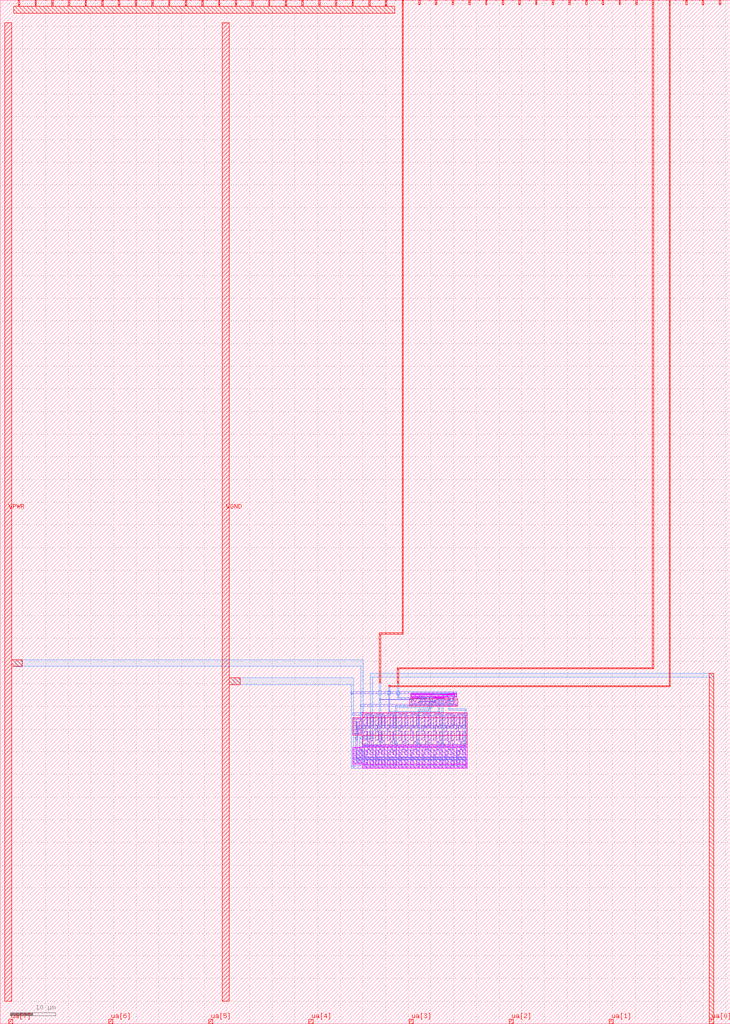
<source format=lef>
MACRO tt_um_obriensp_pll
  CLASS BLOCK ;
  FOREIGN tt_um_obriensp_pll ;
  ORIGIN 0.000 0.000 ;
  SIZE 161.000 BY 225.760 ;
  PIN clk
    DIRECTION INPUT ;
    USE SIGNAL ;
    PORT
      LAYER met4 ;
        RECT 154.870 224.760 155.170 225.760 ;
    END
  END clk
  PIN ena
    DIRECTION INPUT ;
    USE SIGNAL ;
    PORT
      LAYER met4 ;
        RECT 158.550 224.760 158.850 225.760 ;
    END
  END ena
  PIN rst_n
    DIRECTION INPUT ;
    USE SIGNAL ;
    PORT
      LAYER met4 ;
        RECT 151.190 224.760 151.490 225.760 ;
    END
  END rst_n
  PIN ua[0]
    DIRECTION INOUT ;
    USE SIGNAL ;
    ANTENNAGATEAREA 4.650000 ;
    PORT
      LAYER met4 ;
        RECT 156.410 0.000 157.310 1.000 ;
    END
  END ua[0]
  PIN ua[1]
    DIRECTION INOUT ;
    USE SIGNAL ;
    PORT
      LAYER met4 ;
        RECT 134.330 0.000 135.230 1.000 ;
    END
  END ua[1]
  PIN ua[2]
    DIRECTION INOUT ;
    USE SIGNAL ;
    PORT
      LAYER met4 ;
        RECT 112.250 0.000 113.150 1.000 ;
    END
  END ua[2]
  PIN ua[3]
    DIRECTION INOUT ;
    USE SIGNAL ;
    PORT
      LAYER met4 ;
        RECT 90.170 0.000 91.070 1.000 ;
    END
  END ua[3]
  PIN ua[4]
    DIRECTION INOUT ;
    USE SIGNAL ;
    PORT
      LAYER met4 ;
        RECT 68.090 0.000 68.990 1.000 ;
    END
  END ua[4]
  PIN ua[5]
    DIRECTION INOUT ;
    USE SIGNAL ;
    PORT
      LAYER met4 ;
        RECT 46.010 0.000 46.910 1.000 ;
    END
  END ua[5]
  PIN ua[6]
    DIRECTION INOUT ;
    USE SIGNAL ;
    PORT
      LAYER met4 ;
        RECT 23.930 0.000 24.830 1.000 ;
    END
  END ua[6]
  PIN ua[7]
    DIRECTION INOUT ;
    USE SIGNAL ;
    PORT
      LAYER met4 ;
        RECT 1.850 0.000 2.750 1.000 ;
    END
  END ua[7]
  PIN ui_in[0]
    DIRECTION INPUT ;
    USE SIGNAL ;
    ANTENNAGATEAREA 0.378000 ;
    PORT
      LAYER met4 ;
        RECT 147.510 224.760 147.810 225.760 ;
    END
  END ui_in[0]
  PIN ui_in[1]
    DIRECTION INPUT ;
    USE SIGNAL ;
    ANTENNAGATEAREA 0.252000 ;
    PORT
      LAYER met4 ;
        RECT 143.830 224.760 144.130 225.760 ;
    END
  END ui_in[1]
  PIN ui_in[2]
    DIRECTION INPUT ;
    USE SIGNAL ;
    PORT
      LAYER met4 ;
        RECT 140.150 224.760 140.450 225.760 ;
    END
  END ui_in[2]
  PIN ui_in[3]
    DIRECTION INPUT ;
    USE SIGNAL ;
    PORT
      LAYER met4 ;
        RECT 136.470 224.760 136.770 225.760 ;
    END
  END ui_in[3]
  PIN ui_in[4]
    DIRECTION INPUT ;
    USE SIGNAL ;
    PORT
      LAYER met4 ;
        RECT 132.790 224.760 133.090 225.760 ;
    END
  END ui_in[4]
  PIN ui_in[5]
    DIRECTION INPUT ;
    USE SIGNAL ;
    PORT
      LAYER met4 ;
        RECT 129.110 224.760 129.410 225.760 ;
    END
  END ui_in[5]
  PIN ui_in[6]
    DIRECTION INPUT ;
    USE SIGNAL ;
    PORT
      LAYER met4 ;
        RECT 125.430 224.760 125.730 225.760 ;
    END
  END ui_in[6]
  PIN ui_in[7]
    DIRECTION INPUT ;
    USE SIGNAL ;
    PORT
      LAYER met4 ;
        RECT 121.750 224.760 122.050 225.760 ;
    END
  END ui_in[7]
  PIN uio_in[0]
    DIRECTION INPUT ;
    USE SIGNAL ;
    PORT
      LAYER met4 ;
        RECT 118.070 224.760 118.370 225.760 ;
    END
  END uio_in[0]
  PIN uio_in[1]
    DIRECTION INPUT ;
    USE SIGNAL ;
    PORT
      LAYER met4 ;
        RECT 114.390 224.760 114.690 225.760 ;
    END
  END uio_in[1]
  PIN uio_in[2]
    DIRECTION INPUT ;
    USE SIGNAL ;
    PORT
      LAYER met4 ;
        RECT 110.710 224.760 111.010 225.760 ;
    END
  END uio_in[2]
  PIN uio_in[3]
    DIRECTION INPUT ;
    USE SIGNAL ;
    PORT
      LAYER met4 ;
        RECT 107.030 224.760 107.330 225.760 ;
    END
  END uio_in[3]
  PIN uio_in[4]
    DIRECTION INPUT ;
    USE SIGNAL ;
    PORT
      LAYER met4 ;
        RECT 103.350 224.760 103.650 225.760 ;
    END
  END uio_in[4]
  PIN uio_in[5]
    DIRECTION INPUT ;
    USE SIGNAL ;
    PORT
      LAYER met4 ;
        RECT 99.670 224.760 99.970 225.760 ;
    END
  END uio_in[5]
  PIN uio_in[6]
    DIRECTION INPUT ;
    USE SIGNAL ;
    PORT
      LAYER met4 ;
        RECT 95.990 224.760 96.290 225.760 ;
    END
  END uio_in[6]
  PIN uio_in[7]
    DIRECTION INPUT ;
    USE SIGNAL ;
    PORT
      LAYER met4 ;
        RECT 92.310 224.760 92.610 225.760 ;
    END
  END uio_in[7]
  PIN uio_oe[0]
    DIRECTION OUTPUT ;
    USE SIGNAL ;
    PORT
      LAYER met4 ;
        RECT 29.750 224.760 30.050 225.760 ;
    END
  END uio_oe[0]
  PIN uio_oe[1]
    DIRECTION OUTPUT ;
    USE SIGNAL ;
    PORT
      LAYER met4 ;
        RECT 26.070 224.760 26.370 225.760 ;
    END
  END uio_oe[1]
  PIN uio_oe[2]
    DIRECTION OUTPUT ;
    USE SIGNAL ;
    PORT
      LAYER met4 ;
        RECT 22.390 224.760 22.690 225.760 ;
    END
  END uio_oe[2]
  PIN uio_oe[3]
    DIRECTION OUTPUT ;
    USE SIGNAL ;
    PORT
      LAYER met4 ;
        RECT 18.710 224.760 19.010 225.760 ;
    END
  END uio_oe[3]
  PIN uio_oe[4]
    DIRECTION OUTPUT ;
    USE SIGNAL ;
    PORT
      LAYER met4 ;
        RECT 15.030 224.760 15.330 225.760 ;
    END
  END uio_oe[4]
  PIN uio_oe[5]
    DIRECTION OUTPUT ;
    USE SIGNAL ;
    PORT
      LAYER met4 ;
        RECT 11.350 224.760 11.650 225.760 ;
    END
  END uio_oe[5]
  PIN uio_oe[6]
    DIRECTION OUTPUT ;
    USE SIGNAL ;
    PORT
      LAYER met4 ;
        RECT 7.670 224.760 7.970 225.760 ;
    END
  END uio_oe[6]
  PIN uio_oe[7]
    DIRECTION OUTPUT ;
    USE SIGNAL ;
    PORT
      LAYER met4 ;
        RECT 3.990 224.760 4.290 225.760 ;
    END
  END uio_oe[7]
  PIN uio_out[0]
    DIRECTION OUTPUT ;
    USE SIGNAL ;
    PORT
      LAYER met4 ;
        RECT 59.190 224.760 59.490 225.760 ;
    END
  END uio_out[0]
  PIN uio_out[1]
    DIRECTION OUTPUT ;
    USE SIGNAL ;
    PORT
      LAYER met4 ;
        RECT 55.510 224.760 55.810 225.760 ;
    END
  END uio_out[1]
  PIN uio_out[2]
    DIRECTION OUTPUT ;
    USE SIGNAL ;
    PORT
      LAYER met4 ;
        RECT 51.830 224.760 52.130 225.760 ;
    END
  END uio_out[2]
  PIN uio_out[3]
    DIRECTION OUTPUT ;
    USE SIGNAL ;
    PORT
      LAYER met4 ;
        RECT 48.150 224.760 48.450 225.760 ;
    END
  END uio_out[3]
  PIN uio_out[4]
    DIRECTION OUTPUT ;
    USE SIGNAL ;
    PORT
      LAYER met4 ;
        RECT 44.470 224.760 44.770 225.760 ;
    END
  END uio_out[4]
  PIN uio_out[5]
    DIRECTION OUTPUT ;
    USE SIGNAL ;
    PORT
      LAYER met4 ;
        RECT 40.790 224.760 41.090 225.760 ;
    END
  END uio_out[5]
  PIN uio_out[6]
    DIRECTION OUTPUT ;
    USE SIGNAL ;
    PORT
      LAYER met4 ;
        RECT 37.110 224.760 37.410 225.760 ;
    END
  END uio_out[6]
  PIN uio_out[7]
    DIRECTION OUTPUT ;
    USE SIGNAL ;
    PORT
      LAYER met4 ;
        RECT 33.430 224.760 33.730 225.760 ;
    END
  END uio_out[7]
  PIN uo_out[0]
    DIRECTION OUTPUT ;
    USE SIGNAL ;
    ANTENNAGATEAREA 1.350000 ;
    ANTENNADIFFAREA 0.429000 ;
    PORT
      LAYER met4 ;
        RECT 88.630 224.760 88.930 225.760 ;
    END
  END uo_out[0]
  PIN uo_out[1]
    DIRECTION OUTPUT ;
    USE SIGNAL ;
    PORT
      LAYER met4 ;
        RECT 84.950 224.760 85.250 225.760 ;
    END
  END uo_out[1]
  PIN uo_out[2]
    DIRECTION OUTPUT ;
    USE SIGNAL ;
    PORT
      LAYER met4 ;
        RECT 81.270 224.760 81.570 225.760 ;
    END
  END uo_out[2]
  PIN uo_out[3]
    DIRECTION OUTPUT ;
    USE SIGNAL ;
    PORT
      LAYER met4 ;
        RECT 77.590 224.760 77.890 225.760 ;
    END
  END uo_out[3]
  PIN uo_out[4]
    DIRECTION OUTPUT ;
    USE SIGNAL ;
    PORT
      LAYER met4 ;
        RECT 73.910 224.760 74.210 225.760 ;
    END
  END uo_out[4]
  PIN uo_out[5]
    DIRECTION OUTPUT ;
    USE SIGNAL ;
    PORT
      LAYER met4 ;
        RECT 70.230 224.760 70.530 225.760 ;
    END
  END uo_out[5]
  PIN uo_out[6]
    DIRECTION OUTPUT ;
    USE SIGNAL ;
    PORT
      LAYER met4 ;
        RECT 66.550 224.760 66.850 225.760 ;
    END
  END uo_out[6]
  PIN uo_out[7]
    DIRECTION OUTPUT ;
    USE SIGNAL ;
    PORT
      LAYER met4 ;
        RECT 62.870 224.760 63.170 225.760 ;
    END
  END uo_out[7]
  PIN VPWR
    DIRECTION INOUT ;
    USE POWER ;
    PORT
      LAYER met4 ;
        RECT 1.000 5.000 2.500 220.760 ;
    END
  END VPWR
  PIN VGND
    DIRECTION INOUT ;
    USE GROUND ;
    PORT
      LAYER met4 ;
        RECT 49.000 5.000 50.500 220.760 ;
    END
  END VGND
  OBS
      LAYER pwell ;
        RECT 99.885 72.835 100.055 73.025 ;
        RECT 90.545 72.585 95.640 72.835 ;
        RECT 98.435 72.665 100.195 72.835 ;
        RECT 97.940 72.620 100.195 72.665 ;
        RECT 97.000 72.585 100.195 72.620 ;
        RECT 90.545 72.155 100.195 72.585 ;
        RECT 90.545 71.925 92.565 72.155 ;
        RECT 91.645 71.905 92.565 71.925 ;
        RECT 95.640 71.985 98.870 72.155 ;
        RECT 95.640 71.940 97.930 71.985 ;
        RECT 100.215 71.965 100.645 72.750 ;
        RECT 95.640 71.905 96.990 71.940 ;
      LAYER nwell ;
        RECT 90.350 70.030 100.850 71.635 ;
        RECT 80.000 67.470 102.950 68.630 ;
        RECT 77.750 63.630 102.950 67.470 ;
        RECT 80.000 61.430 102.950 63.630 ;
      LAYER pwell ;
        RECT 80.000 61.020 102.950 61.380 ;
        RECT 77.750 57.230 102.950 61.020 ;
        RECT 80.000 56.330 102.950 57.230 ;
      LAYER li1 ;
        RECT 90.540 72.855 100.660 73.025 ;
        RECT 90.625 70.475 90.885 72.685 ;
        RECT 91.135 72.395 91.305 72.855 ;
        RECT 91.475 72.515 92.470 72.685 ;
        RECT 93.000 72.525 93.170 72.685 ;
        RECT 91.475 72.225 91.645 72.515 ;
        RECT 92.300 72.355 92.470 72.515 ;
        RECT 92.640 72.355 93.170 72.525 ;
        RECT 91.075 72.055 91.645 72.225 ;
        RECT 91.815 72.175 91.990 72.345 ;
        RECT 91.075 71.275 91.245 72.055 ;
        RECT 91.815 72.015 92.230 72.175 ;
        RECT 91.820 72.005 92.230 72.015 ;
        RECT 91.555 71.665 92.010 71.835 ;
        RECT 91.075 71.105 91.725 71.275 ;
        RECT 92.640 71.185 92.810 72.355 ;
        RECT 93.515 72.285 93.690 72.615 ;
        RECT 93.860 72.475 94.190 72.855 ;
        RECT 92.980 72.005 93.220 72.175 ;
        RECT 91.055 70.305 91.385 70.685 ;
        RECT 91.555 70.645 91.725 71.105 ;
        RECT 92.025 70.955 92.810 71.185 ;
        RECT 92.025 70.815 92.355 70.955 ;
        RECT 93.050 70.805 93.220 72.005 ;
        RECT 93.515 71.835 93.685 72.285 ;
        RECT 94.460 72.225 94.705 72.645 ;
        RECT 94.880 72.395 95.050 72.855 ;
        RECT 95.220 72.515 96.820 72.685 ;
        RECT 95.220 72.475 95.575 72.515 ;
        RECT 95.810 72.225 95.980 72.345 ;
        RECT 94.460 72.055 95.980 72.225 ;
        RECT 95.810 72.015 95.980 72.055 ;
        RECT 96.150 72.095 96.480 72.345 ;
        RECT 96.650 72.145 96.820 72.515 ;
        RECT 97.110 72.135 97.400 72.855 ;
        RECT 98.110 72.515 99.185 72.685 ;
        RECT 96.150 72.020 96.465 72.095 ;
        RECT 93.395 71.665 93.685 71.835 ;
        RECT 92.510 70.645 92.840 70.685 ;
        RECT 91.555 70.475 92.840 70.645 ;
        RECT 93.010 70.475 93.220 70.805 ;
        RECT 93.515 70.805 93.685 71.665 ;
        RECT 93.855 71.265 94.145 71.945 ;
        RECT 94.620 71.265 94.950 71.885 ;
        RECT 95.155 71.265 95.400 71.885 ;
        RECT 95.795 71.835 96.125 71.845 ;
        RECT 95.740 71.675 96.125 71.835 ;
        RECT 95.740 71.665 95.910 71.675 ;
        RECT 96.295 71.495 96.465 72.020 ;
        RECT 95.705 71.325 96.465 71.495 ;
        RECT 94.470 70.855 95.535 71.025 ;
        RECT 93.515 70.475 93.700 70.805 ;
        RECT 93.870 70.305 94.220 70.685 ;
        RECT 94.470 70.475 94.640 70.855 ;
        RECT 94.810 70.305 95.140 70.685 ;
        RECT 95.365 70.645 95.535 70.855 ;
        RECT 95.705 70.815 96.035 71.325 ;
        RECT 96.205 70.645 96.375 71.155 ;
        RECT 96.635 70.945 96.935 71.945 ;
        RECT 97.580 71.835 97.940 72.510 ;
        RECT 98.110 72.180 98.280 72.515 ;
        RECT 98.450 72.175 98.790 72.345 ;
        RECT 98.500 72.005 98.790 72.175 ;
        RECT 99.015 72.305 99.185 72.515 ;
        RECT 99.355 72.475 99.685 72.855 ;
        RECT 99.855 72.305 100.025 72.680 ;
        RECT 99.015 72.135 100.025 72.305 ;
        RECT 100.285 72.130 100.575 72.855 ;
        RECT 97.580 71.655 98.120 71.835 ;
        RECT 97.580 71.545 97.940 71.655 ;
        RECT 97.135 71.315 97.940 71.545 ;
        RECT 98.620 71.485 98.790 72.005 ;
        RECT 98.155 71.315 98.790 71.485 ;
        RECT 98.960 71.325 99.395 71.945 ;
        RECT 99.705 71.325 100.050 71.945 ;
        RECT 95.365 70.475 96.375 70.645 ;
        RECT 96.635 70.305 96.965 70.685 ;
        RECT 97.135 70.475 97.485 71.315 ;
        RECT 97.655 70.645 97.825 71.145 ;
        RECT 98.155 70.985 98.325 71.315 ;
        RECT 97.995 70.815 98.325 70.985 ;
        RECT 98.495 70.975 100.025 71.145 ;
        RECT 98.495 70.815 98.665 70.975 ;
        RECT 99.015 70.645 99.185 70.805 ;
        RECT 97.655 70.475 99.185 70.645 ;
        RECT 99.355 70.305 99.685 70.685 ;
        RECT 99.855 70.475 100.025 70.975 ;
        RECT 100.285 70.305 100.575 71.470 ;
        RECT 90.540 70.135 100.660 70.305 ;
        RECT 79.530 68.100 80.020 68.590 ;
        RECT 80.400 68.220 82.110 68.390 ;
        RECT 82.950 68.220 84.660 68.390 ;
        RECT 85.500 68.220 87.210 68.390 ;
        RECT 88.050 68.220 89.760 68.390 ;
        RECT 90.600 68.220 92.310 68.390 ;
        RECT 93.150 68.220 94.860 68.390 ;
        RECT 95.700 68.220 97.410 68.390 ;
        RECT 98.250 68.220 99.960 68.390 ;
        RECT 100.800 68.220 102.510 68.390 ;
        RECT 77.930 67.120 79.830 67.290 ;
        RECT 77.930 63.980 78.100 67.120 ;
        RECT 78.500 64.710 78.670 66.750 ;
        RECT 79.090 64.710 79.260 66.750 ;
        RECT 78.715 64.325 79.045 64.495 ;
        RECT 79.660 63.980 79.830 67.120 ;
        RECT 80.800 65.810 80.970 67.850 ;
        RECT 81.540 65.810 81.710 67.850 ;
        RECT 81.030 65.425 81.480 65.595 ;
        RECT 82.110 65.315 82.280 67.985 ;
        RECT 83.350 65.810 83.520 67.850 ;
        RECT 84.090 65.810 84.260 67.850 ;
        RECT 83.580 65.425 84.030 65.595 ;
        RECT 84.660 65.315 84.830 67.985 ;
        RECT 85.900 65.810 86.070 67.850 ;
        RECT 86.640 65.810 86.810 67.850 ;
        RECT 86.130 65.425 86.580 65.595 ;
        RECT 87.210 65.315 87.380 67.985 ;
        RECT 88.450 65.810 88.620 67.850 ;
        RECT 89.190 65.810 89.360 67.850 ;
        RECT 88.680 65.425 89.130 65.595 ;
        RECT 89.760 65.315 89.930 67.985 ;
        RECT 91.000 65.810 91.170 67.850 ;
        RECT 91.740 65.810 91.910 67.850 ;
        RECT 91.230 65.425 91.680 65.595 ;
        RECT 92.310 65.315 92.480 67.985 ;
        RECT 93.550 65.810 93.720 67.850 ;
        RECT 94.290 65.810 94.460 67.850 ;
        RECT 93.780 65.425 94.230 65.595 ;
        RECT 94.860 65.315 95.030 67.985 ;
        RECT 96.100 65.810 96.270 67.850 ;
        RECT 96.840 65.810 97.010 67.850 ;
        RECT 96.330 65.425 96.780 65.595 ;
        RECT 97.410 65.315 97.580 67.985 ;
        RECT 98.650 65.810 98.820 67.850 ;
        RECT 99.390 65.810 99.560 67.850 ;
        RECT 98.880 65.425 99.330 65.595 ;
        RECT 99.960 65.315 100.130 67.985 ;
        RECT 101.200 65.810 101.370 67.850 ;
        RECT 101.940 65.810 102.110 67.850 ;
        RECT 101.430 65.425 101.880 65.595 ;
        RECT 102.510 65.315 102.680 67.985 ;
        RECT 77.930 63.810 79.830 63.980 ;
        RECT 80.800 62.510 80.970 64.550 ;
        RECT 81.540 62.510 81.710 64.550 ;
        RECT 83.350 62.510 83.520 64.550 ;
        RECT 84.090 62.510 84.260 64.550 ;
        RECT 85.900 62.510 86.070 64.550 ;
        RECT 86.640 62.510 86.810 64.550 ;
        RECT 88.450 62.510 88.620 64.550 ;
        RECT 89.190 62.510 89.360 64.550 ;
        RECT 91.000 62.510 91.170 64.550 ;
        RECT 91.740 62.510 91.910 64.550 ;
        RECT 93.550 62.510 93.720 64.550 ;
        RECT 94.290 62.510 94.460 64.550 ;
        RECT 96.100 62.510 96.270 64.550 ;
        RECT 96.840 62.510 97.010 64.550 ;
        RECT 98.650 62.510 98.820 64.550 ;
        RECT 99.390 62.510 99.560 64.550 ;
        RECT 101.200 62.510 101.370 64.550 ;
        RECT 101.940 62.510 102.110 64.550 ;
        RECT 81.030 62.125 81.480 62.295 ;
        RECT 83.580 62.125 84.030 62.295 ;
        RECT 86.130 62.125 86.580 62.295 ;
        RECT 88.680 62.125 89.130 62.295 ;
        RECT 91.230 62.125 91.680 62.295 ;
        RECT 93.780 62.125 94.230 62.295 ;
        RECT 96.330 62.125 96.780 62.295 ;
        RECT 98.880 62.125 99.330 62.295 ;
        RECT 101.430 62.125 101.880 62.295 ;
        RECT 80.230 61.020 82.280 61.190 ;
        RECT 77.930 60.670 79.830 60.840 ;
        RECT 77.930 57.580 78.100 60.670 ;
        RECT 78.500 58.260 78.670 60.300 ;
        RECT 79.090 58.260 79.260 60.300 ;
        RECT 78.715 57.920 79.045 58.090 ;
        RECT 79.660 57.580 79.830 60.670 ;
        RECT 77.930 57.410 79.830 57.580 ;
        RECT 80.230 58.940 80.400 61.020 ;
        RECT 81.030 60.510 81.480 60.680 ;
        RECT 80.800 59.300 80.970 60.340 ;
        RECT 81.540 59.300 81.710 60.340 ;
        RECT 82.110 58.940 82.280 61.020 ;
        RECT 80.230 58.760 82.280 58.940 ;
        RECT 77.430 56.360 77.920 56.850 ;
        RECT 80.230 56.680 80.400 58.760 ;
        RECT 81.030 58.260 81.480 58.430 ;
        RECT 80.800 57.050 80.970 58.090 ;
        RECT 81.540 57.050 81.710 58.090 ;
        RECT 82.110 56.680 82.280 58.760 ;
        RECT 80.230 56.510 82.280 56.680 ;
        RECT 82.780 61.020 84.830 61.190 ;
        RECT 82.780 58.940 82.950 61.020 ;
        RECT 83.580 60.510 84.030 60.680 ;
        RECT 83.350 59.300 83.520 60.340 ;
        RECT 84.090 59.300 84.260 60.340 ;
        RECT 84.660 58.940 84.830 61.020 ;
        RECT 82.780 58.760 84.830 58.940 ;
        RECT 82.780 56.680 82.950 58.760 ;
        RECT 83.580 58.260 84.030 58.430 ;
        RECT 83.350 57.050 83.520 58.090 ;
        RECT 84.090 57.050 84.260 58.090 ;
        RECT 84.660 56.680 84.830 58.760 ;
        RECT 82.780 56.510 84.830 56.680 ;
        RECT 85.330 61.020 87.380 61.190 ;
        RECT 85.330 58.940 85.500 61.020 ;
        RECT 86.130 60.510 86.580 60.680 ;
        RECT 85.900 59.300 86.070 60.340 ;
        RECT 86.640 59.300 86.810 60.340 ;
        RECT 87.210 58.940 87.380 61.020 ;
        RECT 85.330 58.760 87.380 58.940 ;
        RECT 85.330 56.680 85.500 58.760 ;
        RECT 86.130 58.260 86.580 58.430 ;
        RECT 85.900 57.050 86.070 58.090 ;
        RECT 86.640 57.050 86.810 58.090 ;
        RECT 87.210 56.680 87.380 58.760 ;
        RECT 85.330 56.510 87.380 56.680 ;
        RECT 87.880 61.020 89.930 61.190 ;
        RECT 87.880 58.940 88.050 61.020 ;
        RECT 88.680 60.510 89.130 60.680 ;
        RECT 88.450 59.300 88.620 60.340 ;
        RECT 89.190 59.300 89.360 60.340 ;
        RECT 89.760 58.940 89.930 61.020 ;
        RECT 87.880 58.760 89.930 58.940 ;
        RECT 87.880 56.680 88.050 58.760 ;
        RECT 88.680 58.260 89.130 58.430 ;
        RECT 88.450 57.050 88.620 58.090 ;
        RECT 89.190 57.050 89.360 58.090 ;
        RECT 89.760 56.680 89.930 58.760 ;
        RECT 87.880 56.510 89.930 56.680 ;
        RECT 90.430 61.020 92.480 61.190 ;
        RECT 90.430 58.940 90.600 61.020 ;
        RECT 91.230 60.510 91.680 60.680 ;
        RECT 91.000 59.300 91.170 60.340 ;
        RECT 91.740 59.300 91.910 60.340 ;
        RECT 92.310 58.940 92.480 61.020 ;
        RECT 90.430 58.760 92.480 58.940 ;
        RECT 90.430 56.680 90.600 58.760 ;
        RECT 91.230 58.260 91.680 58.430 ;
        RECT 91.000 57.050 91.170 58.090 ;
        RECT 91.740 57.050 91.910 58.090 ;
        RECT 92.310 56.680 92.480 58.760 ;
        RECT 90.430 56.510 92.480 56.680 ;
        RECT 92.980 61.020 95.030 61.190 ;
        RECT 92.980 58.940 93.150 61.020 ;
        RECT 93.780 60.510 94.230 60.680 ;
        RECT 93.550 59.300 93.720 60.340 ;
        RECT 94.290 59.300 94.460 60.340 ;
        RECT 94.860 58.940 95.030 61.020 ;
        RECT 92.980 58.760 95.030 58.940 ;
        RECT 92.980 56.680 93.150 58.760 ;
        RECT 93.780 58.260 94.230 58.430 ;
        RECT 93.550 57.050 93.720 58.090 ;
        RECT 94.290 57.050 94.460 58.090 ;
        RECT 94.860 56.680 95.030 58.760 ;
        RECT 92.980 56.510 95.030 56.680 ;
        RECT 95.530 61.020 97.580 61.190 ;
        RECT 95.530 58.940 95.700 61.020 ;
        RECT 96.330 60.510 96.780 60.680 ;
        RECT 96.100 59.300 96.270 60.340 ;
        RECT 96.840 59.300 97.010 60.340 ;
        RECT 97.410 58.940 97.580 61.020 ;
        RECT 95.530 58.760 97.580 58.940 ;
        RECT 95.530 56.680 95.700 58.760 ;
        RECT 96.330 58.260 96.780 58.430 ;
        RECT 96.100 57.050 96.270 58.090 ;
        RECT 96.840 57.050 97.010 58.090 ;
        RECT 97.410 56.680 97.580 58.760 ;
        RECT 95.530 56.510 97.580 56.680 ;
        RECT 98.080 61.020 100.130 61.190 ;
        RECT 98.080 58.940 98.250 61.020 ;
        RECT 98.880 60.510 99.330 60.680 ;
        RECT 98.650 59.300 98.820 60.340 ;
        RECT 99.390 59.300 99.560 60.340 ;
        RECT 99.960 58.940 100.130 61.020 ;
        RECT 98.080 58.760 100.130 58.940 ;
        RECT 98.080 56.680 98.250 58.760 ;
        RECT 98.880 58.260 99.330 58.430 ;
        RECT 98.650 57.050 98.820 58.090 ;
        RECT 99.390 57.050 99.560 58.090 ;
        RECT 99.960 56.680 100.130 58.760 ;
        RECT 98.080 56.510 100.130 56.680 ;
        RECT 100.630 61.020 102.680 61.190 ;
        RECT 100.630 58.940 100.800 61.020 ;
        RECT 101.430 60.510 101.880 60.680 ;
        RECT 101.200 59.300 101.370 60.340 ;
        RECT 101.940 59.300 102.110 60.340 ;
        RECT 102.510 58.940 102.680 61.020 ;
        RECT 100.630 58.760 102.680 58.940 ;
        RECT 100.630 56.680 100.800 58.760 ;
        RECT 101.430 58.260 101.880 58.430 ;
        RECT 101.200 57.050 101.370 58.090 ;
        RECT 101.940 57.050 102.110 58.090 ;
        RECT 102.510 56.680 102.680 58.760 ;
        RECT 100.630 56.510 102.680 56.680 ;
      LAYER met1 ;
        RECT 77.350 72.730 100.660 73.180 ;
        RECT 90.540 72.700 100.660 72.730 ;
        RECT 83.550 71.575 83.950 71.680 ;
        RECT 90.620 71.575 90.910 72.235 ;
        RECT 92.000 72.160 92.290 72.205 ;
        RECT 92.920 72.160 93.210 72.205 ;
        RECT 98.440 72.160 98.730 72.205 ;
        RECT 92.000 72.020 98.730 72.160 ;
        RECT 92.000 71.975 92.290 72.020 ;
        RECT 92.920 71.975 93.210 72.020 ;
        RECT 98.440 71.975 98.730 72.020 ;
        RECT 91.495 71.820 91.785 71.865 ;
        RECT 93.335 71.820 93.625 71.865 ;
        RECT 91.495 71.680 93.625 71.820 ;
        RECT 91.495 71.635 91.785 71.680 ;
        RECT 93.335 71.635 93.625 71.680 ;
        RECT 93.765 71.580 94.155 71.870 ;
        RECT 94.540 71.580 94.975 71.880 ;
        RECT 95.120 71.580 95.510 71.880 ;
        RECT 95.680 71.820 95.970 71.865 ;
        RECT 97.520 71.820 97.810 71.865 ;
        RECT 98.900 71.840 99.190 71.895 ;
        RECT 95.680 71.680 97.810 71.820 ;
        RECT 95.680 71.635 95.970 71.680 ;
        RECT 97.520 71.635 97.810 71.680 ;
        RECT 83.550 71.430 90.910 71.575 ;
        RECT 83.550 71.330 83.950 71.430 ;
        RECT 90.620 70.925 90.910 71.430 ;
        RECT 96.600 71.525 96.890 71.540 ;
        RECT 96.600 71.265 96.940 71.525 ;
        RECT 98.840 71.430 99.250 71.840 ;
        RECT 99.820 71.735 100.110 71.895 ;
        RECT 98.900 71.265 99.190 71.430 ;
        RECT 99.745 71.325 100.155 71.735 ;
        RECT 99.820 71.265 100.110 71.325 ;
        RECT 96.600 71.245 96.890 71.265 ;
        RECT 92.415 71.140 92.705 71.185 ;
        RECT 95.645 71.140 95.935 71.185 ;
        RECT 92.415 71.000 95.935 71.140 ;
        RECT 92.415 70.955 92.705 71.000 ;
        RECT 95.645 70.955 95.935 71.000 ;
        RECT 90.540 70.430 100.660 70.460 ;
        RECT 79.450 69.980 100.660 70.430 ;
        RECT 79.470 68.630 80.080 68.650 ;
        RECT 77.700 68.080 102.950 68.630 ;
        RECT 79.450 68.040 80.080 68.080 ;
        RECT 79.450 66.730 79.900 68.040 ;
        RECT 81.550 67.830 82.350 68.080 ;
        RECT 84.100 67.830 84.900 68.080 ;
        RECT 86.650 67.830 87.450 68.080 ;
        RECT 89.200 67.830 90.000 68.080 ;
        RECT 91.750 67.830 92.550 68.080 ;
        RECT 94.300 67.830 95.100 68.080 ;
        RECT 96.850 67.830 97.650 68.080 ;
        RECT 99.400 67.830 100.200 68.080 ;
        RECT 101.950 67.830 102.750 68.080 ;
        RECT 78.450 64.530 78.750 66.730 ;
        RECT 79.050 64.730 79.900 66.730 ;
        RECT 78.450 64.080 79.050 64.530 ;
        RECT 79.450 64.230 79.900 64.730 ;
        RECT 80.200 65.830 81.000 67.830 ;
        RECT 81.510 65.830 82.350 67.830 ;
        RECT 82.750 65.830 83.550 67.830 ;
        RECT 84.060 65.830 84.900 67.830 ;
        RECT 85.300 65.830 86.100 67.830 ;
        RECT 86.610 65.830 87.450 67.830 ;
        RECT 87.850 65.830 88.650 67.830 ;
        RECT 89.160 65.830 90.000 67.830 ;
        RECT 90.400 65.830 91.200 67.830 ;
        RECT 91.710 65.830 92.550 67.830 ;
        RECT 92.950 65.830 93.750 67.830 ;
        RECT 94.260 65.830 95.100 67.830 ;
        RECT 95.500 65.830 96.300 67.830 ;
        RECT 96.810 65.830 97.650 67.830 ;
        RECT 98.050 65.830 98.850 67.830 ;
        RECT 99.360 65.830 100.200 67.830 ;
        RECT 100.600 65.830 101.400 67.830 ;
        RECT 101.910 65.830 102.750 67.830 ;
        RECT 80.200 64.530 80.600 65.830 ;
        RECT 80.750 65.130 81.750 65.680 ;
        RECT 82.750 64.530 83.150 65.830 ;
        RECT 83.300 65.130 84.300 65.680 ;
        RECT 85.300 64.530 85.700 65.830 ;
        RECT 85.850 65.130 86.850 65.680 ;
        RECT 87.850 64.530 88.250 65.830 ;
        RECT 88.400 65.130 89.400 65.680 ;
        RECT 90.400 64.530 90.800 65.830 ;
        RECT 90.950 65.130 91.950 65.680 ;
        RECT 92.950 64.530 93.350 65.830 ;
        RECT 93.500 65.130 94.500 65.680 ;
        RECT 95.500 64.530 95.900 65.830 ;
        RECT 96.050 65.130 97.050 65.680 ;
        RECT 98.050 64.530 98.450 65.830 ;
        RECT 98.600 65.130 99.600 65.680 ;
        RECT 100.600 64.530 101.000 65.830 ;
        RECT 101.150 65.130 102.150 65.680 ;
        RECT 78.450 63.230 78.750 64.080 ;
        RECT 78.300 62.730 78.900 63.230 ;
        RECT 78.450 58.330 78.750 62.730 ;
        RECT 80.200 62.530 81.000 64.530 ;
        RECT 81.510 62.530 82.300 64.530 ;
        RECT 82.750 62.530 83.550 64.530 ;
        RECT 84.060 62.530 84.850 64.530 ;
        RECT 85.300 62.530 86.100 64.530 ;
        RECT 86.610 62.530 87.400 64.530 ;
        RECT 87.850 62.530 88.650 64.530 ;
        RECT 89.160 62.530 89.950 64.530 ;
        RECT 90.400 62.530 91.200 64.530 ;
        RECT 91.710 62.530 92.500 64.530 ;
        RECT 92.950 62.530 93.750 64.530 ;
        RECT 94.260 62.530 95.050 64.530 ;
        RECT 95.500 62.530 96.300 64.530 ;
        RECT 96.810 62.530 97.600 64.530 ;
        RECT 98.050 62.530 98.850 64.530 ;
        RECT 99.360 62.530 100.150 64.530 ;
        RECT 100.600 62.530 101.400 64.530 ;
        RECT 101.910 62.530 102.700 64.530 ;
        RECT 81.000 61.680 81.500 62.330 ;
        RECT 80.000 61.130 81.500 61.680 ;
        RECT 81.000 60.480 81.500 61.130 ;
        RECT 81.800 61.680 82.300 62.530 ;
        RECT 83.550 61.680 84.050 62.330 ;
        RECT 81.800 61.130 84.050 61.680 ;
        RECT 79.060 60.230 79.290 60.280 ;
        RECT 79.550 60.230 79.900 60.430 ;
        RECT 81.800 60.330 82.300 61.130 ;
        RECT 83.550 60.480 84.050 61.130 ;
        RECT 84.350 61.680 84.850 62.530 ;
        RECT 86.100 61.680 86.600 62.330 ;
        RECT 86.900 61.680 87.400 62.530 ;
        RECT 88.650 61.680 89.150 62.330 ;
        RECT 84.350 61.130 86.600 61.680 ;
        RECT 86.850 61.130 89.150 61.680 ;
        RECT 84.350 60.330 84.850 61.130 ;
        RECT 86.100 60.480 86.600 61.130 ;
        RECT 86.900 60.330 87.400 61.130 ;
        RECT 88.650 60.480 89.150 61.130 ;
        RECT 89.450 61.680 89.950 62.530 ;
        RECT 91.200 61.680 91.700 62.330 ;
        RECT 92.000 61.680 92.500 62.530 ;
        RECT 93.750 61.680 94.250 62.330 ;
        RECT 89.450 61.130 91.700 61.680 ;
        RECT 91.950 61.130 94.250 61.680 ;
        RECT 89.450 60.330 89.950 61.130 ;
        RECT 91.200 60.480 91.700 61.130 ;
        RECT 92.000 60.330 92.500 61.130 ;
        RECT 93.750 60.480 94.250 61.130 ;
        RECT 94.550 61.680 95.050 62.530 ;
        RECT 96.300 61.680 96.800 62.330 ;
        RECT 97.100 61.680 97.600 62.530 ;
        RECT 98.850 61.680 99.350 62.330 ;
        RECT 94.550 61.130 96.800 61.680 ;
        RECT 97.050 61.130 99.350 61.680 ;
        RECT 94.550 60.330 95.050 61.130 ;
        RECT 96.300 60.480 96.800 61.130 ;
        RECT 97.100 60.330 97.600 61.130 ;
        RECT 98.850 60.480 99.350 61.130 ;
        RECT 99.650 61.680 100.150 62.530 ;
        RECT 101.400 61.680 101.900 62.330 ;
        RECT 102.200 61.680 102.700 62.530 ;
        RECT 99.650 61.130 101.900 61.680 ;
        RECT 102.150 61.130 103.000 61.680 ;
        RECT 99.650 60.330 100.150 61.130 ;
        RECT 101.400 60.480 101.900 61.130 ;
        RECT 102.200 60.330 102.700 61.130 ;
        RECT 79.050 58.330 79.900 60.230 ;
        RECT 78.470 58.280 78.700 58.330 ;
        RECT 79.060 58.280 79.290 58.330 ;
        RECT 78.600 57.680 79.150 58.130 ;
        RECT 77.370 56.880 77.980 56.910 ;
        RECT 79.550 56.880 79.900 58.330 ;
        RECT 80.200 60.320 80.950 60.330 ;
        RECT 81.550 60.320 82.300 60.330 ;
        RECT 80.200 59.330 81.000 60.320 ;
        RECT 80.200 58.080 80.600 59.330 ;
        RECT 80.770 59.320 81.000 59.330 ;
        RECT 81.510 59.330 82.300 60.320 ;
        RECT 82.750 60.320 83.500 60.330 ;
        RECT 84.100 60.320 84.850 60.330 ;
        RECT 82.750 59.330 83.550 60.320 ;
        RECT 81.510 59.320 81.740 59.330 ;
        RECT 80.750 58.230 81.750 58.780 ;
        RECT 82.050 58.080 82.350 58.330 ;
        RECT 80.200 58.070 80.950 58.080 ;
        RECT 81.550 58.070 82.350 58.080 ;
        RECT 80.200 57.080 81.000 58.070 ;
        RECT 80.770 57.070 81.000 57.080 ;
        RECT 81.510 57.070 82.350 58.070 ;
        RECT 82.750 58.080 83.150 59.330 ;
        RECT 83.320 59.320 83.550 59.330 ;
        RECT 84.060 59.330 84.850 60.320 ;
        RECT 85.300 60.320 86.050 60.330 ;
        RECT 86.650 60.320 87.400 60.330 ;
        RECT 85.300 59.330 86.100 60.320 ;
        RECT 84.060 59.320 84.290 59.330 ;
        RECT 83.300 58.230 84.300 58.780 ;
        RECT 84.600 58.080 84.900 58.330 ;
        RECT 82.750 58.070 83.500 58.080 ;
        RECT 84.100 58.070 84.900 58.080 ;
        RECT 82.750 57.080 83.550 58.070 ;
        RECT 83.320 57.070 83.550 57.080 ;
        RECT 84.060 57.070 84.900 58.070 ;
        RECT 85.300 58.080 85.700 59.330 ;
        RECT 85.870 59.320 86.100 59.330 ;
        RECT 86.610 59.330 87.400 60.320 ;
        RECT 87.850 60.320 88.600 60.330 ;
        RECT 89.200 60.320 89.950 60.330 ;
        RECT 87.850 59.330 88.650 60.320 ;
        RECT 86.610 59.320 86.840 59.330 ;
        RECT 85.850 58.230 86.850 58.780 ;
        RECT 87.150 58.080 87.450 58.330 ;
        RECT 85.300 58.070 86.050 58.080 ;
        RECT 86.650 58.070 87.450 58.080 ;
        RECT 85.300 57.080 86.100 58.070 ;
        RECT 85.870 57.070 86.100 57.080 ;
        RECT 86.610 57.070 87.450 58.070 ;
        RECT 87.850 58.080 88.250 59.330 ;
        RECT 88.420 59.320 88.650 59.330 ;
        RECT 89.160 59.330 89.950 60.320 ;
        RECT 90.400 60.320 91.150 60.330 ;
        RECT 91.750 60.320 92.500 60.330 ;
        RECT 90.400 59.330 91.200 60.320 ;
        RECT 89.160 59.320 89.390 59.330 ;
        RECT 88.400 58.230 89.400 58.780 ;
        RECT 89.700 58.080 90.000 58.330 ;
        RECT 87.850 58.070 88.600 58.080 ;
        RECT 89.200 58.070 90.000 58.080 ;
        RECT 87.850 57.080 88.650 58.070 ;
        RECT 88.420 57.070 88.650 57.080 ;
        RECT 89.160 57.070 90.000 58.070 ;
        RECT 90.400 58.080 90.800 59.330 ;
        RECT 90.970 59.320 91.200 59.330 ;
        RECT 91.710 59.330 92.500 60.320 ;
        RECT 92.950 60.320 93.700 60.330 ;
        RECT 94.300 60.320 95.050 60.330 ;
        RECT 92.950 59.330 93.750 60.320 ;
        RECT 91.710 59.320 91.940 59.330 ;
        RECT 90.950 58.230 91.950 58.780 ;
        RECT 92.250 58.080 92.550 58.330 ;
        RECT 90.400 58.070 91.150 58.080 ;
        RECT 91.750 58.070 92.550 58.080 ;
        RECT 90.400 57.080 91.200 58.070 ;
        RECT 90.970 57.070 91.200 57.080 ;
        RECT 91.710 57.070 92.550 58.070 ;
        RECT 92.950 58.080 93.350 59.330 ;
        RECT 93.520 59.320 93.750 59.330 ;
        RECT 94.260 59.330 95.050 60.320 ;
        RECT 95.500 60.320 96.250 60.330 ;
        RECT 96.850 60.320 97.600 60.330 ;
        RECT 95.500 59.330 96.300 60.320 ;
        RECT 94.260 59.320 94.490 59.330 ;
        RECT 93.500 58.230 94.500 58.780 ;
        RECT 94.800 58.080 95.100 58.330 ;
        RECT 92.950 58.070 93.700 58.080 ;
        RECT 94.300 58.070 95.100 58.080 ;
        RECT 92.950 57.080 93.750 58.070 ;
        RECT 93.520 57.070 93.750 57.080 ;
        RECT 94.260 57.070 95.100 58.070 ;
        RECT 95.500 58.080 95.900 59.330 ;
        RECT 96.070 59.320 96.300 59.330 ;
        RECT 96.810 59.330 97.600 60.320 ;
        RECT 98.050 60.320 98.800 60.330 ;
        RECT 99.400 60.320 100.150 60.330 ;
        RECT 98.050 59.330 98.850 60.320 ;
        RECT 96.810 59.320 97.040 59.330 ;
        RECT 96.050 58.230 97.050 58.780 ;
        RECT 97.350 58.080 97.650 58.330 ;
        RECT 95.500 58.070 96.250 58.080 ;
        RECT 96.850 58.070 97.650 58.080 ;
        RECT 95.500 57.080 96.300 58.070 ;
        RECT 96.070 57.070 96.300 57.080 ;
        RECT 96.810 57.070 97.650 58.070 ;
        RECT 98.050 58.080 98.450 59.330 ;
        RECT 98.620 59.320 98.850 59.330 ;
        RECT 99.360 59.330 100.150 60.320 ;
        RECT 100.600 60.320 101.350 60.330 ;
        RECT 101.950 60.320 102.700 60.330 ;
        RECT 100.600 59.330 101.400 60.320 ;
        RECT 99.360 59.320 99.590 59.330 ;
        RECT 98.600 58.230 99.600 58.780 ;
        RECT 99.900 58.080 100.200 58.330 ;
        RECT 98.050 58.070 98.800 58.080 ;
        RECT 99.400 58.070 100.200 58.080 ;
        RECT 98.050 57.080 98.850 58.070 ;
        RECT 98.620 57.070 98.850 57.080 ;
        RECT 99.360 57.070 100.200 58.070 ;
        RECT 100.600 58.080 101.000 59.330 ;
        RECT 101.170 59.320 101.400 59.330 ;
        RECT 101.910 59.330 102.700 60.320 ;
        RECT 101.910 59.320 102.140 59.330 ;
        RECT 101.150 58.230 102.150 58.780 ;
        RECT 102.450 58.080 102.750 58.330 ;
        RECT 100.600 58.070 101.350 58.080 ;
        RECT 101.950 58.070 102.750 58.080 ;
        RECT 100.600 57.080 101.400 58.070 ;
        RECT 101.170 57.070 101.400 57.080 ;
        RECT 101.910 57.070 102.750 58.070 ;
        RECT 81.550 56.880 82.350 57.070 ;
        RECT 84.100 56.880 84.900 57.070 ;
        RECT 86.650 56.880 87.450 57.070 ;
        RECT 89.200 56.880 90.000 57.070 ;
        RECT 91.750 56.880 92.550 57.070 ;
        RECT 94.300 56.880 95.100 57.070 ;
        RECT 96.850 56.880 97.650 57.070 ;
        RECT 99.400 56.880 100.200 57.070 ;
        RECT 101.950 56.880 102.750 57.070 ;
        RECT 77.370 56.330 102.950 56.880 ;
        RECT 77.370 56.300 77.980 56.330 ;
      LAYER met2 ;
        RECT 77.400 72.680 77.950 73.230 ;
        RECT 85.480 72.735 86.070 73.325 ;
        RECT 83.600 71.280 83.900 71.730 ;
        RECT 79.500 69.930 80.050 70.480 ;
        RECT 85.655 68.835 85.900 72.735 ;
        RECT 87.480 72.640 88.070 73.140 ;
        RECT 87.650 71.865 87.905 72.640 ;
        RECT 93.815 71.865 94.105 71.920 ;
        RECT 87.650 71.610 94.105 71.865 ;
        RECT 93.815 71.530 94.105 71.610 ;
        RECT 94.590 71.530 94.880 71.930 ;
        RECT 95.170 71.530 95.460 71.930 ;
        RECT 94.605 69.345 94.850 71.530 ;
        RECT 95.195 70.110 95.430 71.530 ;
        RECT 96.650 71.235 96.910 71.555 ;
        RECT 98.840 71.430 99.250 71.840 ;
        RECT 99.745 71.325 100.155 71.735 ;
        RECT 95.160 69.720 95.460 70.110 ;
        RECT 94.530 69.045 94.920 69.345 ;
        RECT 96.655 68.835 96.900 71.235 ;
        RECT 79.470 68.040 80.080 68.650 ;
        RECT 85.655 68.590 96.900 68.835 ;
        RECT 78.350 65.130 102.950 65.680 ;
        RECT 78.350 62.680 78.850 65.130 ;
        RECT 79.355 63.425 79.855 63.445 ;
        RECT 79.330 58.680 79.880 63.425 ;
        RECT 80.200 61.080 80.950 61.730 ;
        RECT 86.900 61.080 87.650 61.730 ;
        RECT 92.000 61.080 92.750 61.730 ;
        RECT 97.100 61.080 97.850 61.730 ;
        RECT 102.200 61.080 102.950 61.730 ;
        RECT 80.750 58.680 102.950 58.780 ;
        RECT 77.700 58.330 102.950 58.680 ;
        RECT 78.650 57.630 79.100 58.330 ;
        RECT 80.750 58.230 102.950 58.330 ;
        RECT 77.370 56.300 77.980 56.910 ;
      LAYER met3 ;
        RECT 3.405 80.300 4.895 80.325 ;
        RECT 3.400 78.800 80.050 80.300 ;
        RECT 3.405 78.775 4.895 78.800 ;
        RECT 51.485 76.270 52.975 76.295 ;
        RECT 51.480 74.770 77.950 76.270 ;
        RECT 51.485 74.745 52.975 74.770 ;
        RECT 77.400 73.205 77.950 74.770 ;
        RECT 77.350 72.705 78.000 73.205 ;
        RECT 77.400 56.330 77.950 72.705 ;
        RECT 79.500 70.455 80.050 78.800 ;
        RECT 156.415 77.300 157.305 77.325 ;
        RECT 81.550 76.400 157.310 77.300 ;
        RECT 79.450 69.955 80.100 70.455 ;
        RECT 79.500 68.070 80.050 69.955 ;
        RECT 81.550 63.425 82.100 76.400 ;
        RECT 156.415 76.375 157.305 76.400 ;
        RECT 83.560 75.240 83.940 75.560 ;
        RECT 83.600 73.480 83.900 75.240 ;
        RECT 87.560 75.090 87.940 75.410 ;
        RECT 85.640 74.260 85.960 74.640 ;
        RECT 85.650 73.480 85.950 74.260 ;
        RECT 87.600 73.480 87.900 75.090 ;
        RECT 83.500 72.480 84.050 73.480 ;
        RECT 85.500 72.480 86.050 73.480 ;
        RECT 87.500 72.480 88.050 73.480 ;
        RECT 97.350 72.505 100.125 72.855 ;
        RECT 83.595 71.705 83.920 72.480 ;
        RECT 83.550 71.305 83.950 71.705 ;
        RECT 79.330 62.875 82.100 63.425 ;
        RECT 80.150 61.600 81.000 61.705 ;
        RECT 83.595 61.600 83.920 71.305 ;
        RECT 87.100 69.740 95.485 70.090 ;
        RECT 87.100 61.705 87.450 69.740 ;
        RECT 92.200 69.020 94.900 69.370 ;
        RECT 92.200 61.705 92.550 69.020 ;
        RECT 97.350 61.705 97.700 72.505 ;
        RECT 98.870 69.500 99.220 71.810 ;
        RECT 99.775 71.355 100.125 72.505 ;
        RECT 98.870 69.150 102.800 69.500 ;
        RECT 102.450 61.705 102.800 69.150 ;
        RECT 80.150 61.275 83.920 61.600 ;
        RECT 80.150 61.105 81.000 61.275 ;
        RECT 86.850 61.105 87.700 61.705 ;
        RECT 91.950 61.105 92.800 61.705 ;
        RECT 97.050 61.105 97.900 61.705 ;
        RECT 102.150 61.105 103.000 61.705 ;
      LAYER met4 ;
        RECT 3.990 224.400 4.290 224.760 ;
        RECT 7.670 224.400 7.970 224.760 ;
        RECT 11.350 224.400 11.650 224.760 ;
        RECT 15.030 224.400 15.330 224.760 ;
        RECT 18.710 224.400 19.010 224.760 ;
        RECT 22.390 224.400 22.690 224.760 ;
        RECT 26.070 224.400 26.370 224.760 ;
        RECT 29.750 224.400 30.050 224.760 ;
        RECT 33.430 224.400 33.730 224.760 ;
        RECT 37.110 224.400 37.410 224.760 ;
        RECT 40.790 224.400 41.090 224.760 ;
        RECT 44.470 224.400 44.770 224.760 ;
        RECT 48.150 224.400 48.450 224.760 ;
        RECT 51.830 224.400 52.130 224.760 ;
        RECT 55.510 224.400 55.810 224.760 ;
        RECT 59.190 224.400 59.490 224.760 ;
        RECT 62.870 224.400 63.170 224.760 ;
        RECT 66.550 224.400 66.850 224.760 ;
        RECT 70.230 224.400 70.530 224.760 ;
        RECT 73.910 224.400 74.210 224.760 ;
        RECT 77.590 224.400 77.890 224.760 ;
        RECT 81.270 224.400 81.570 224.760 ;
        RECT 84.950 224.400 85.250 224.760 ;
        RECT 2.950 222.850 87.050 224.400 ;
        RECT 88.630 86.250 88.930 224.760 ;
        RECT 83.600 85.950 88.930 86.250 ;
        RECT 2.500 78.800 4.900 80.300 ;
        RECT 50.500 74.770 52.980 76.270 ;
        RECT 83.600 75.565 83.900 85.950 ;
        RECT 143.830 78.550 144.130 224.760 ;
        RECT 87.600 78.250 144.130 78.550 ;
        RECT 83.585 75.235 83.915 75.565 ;
        RECT 87.600 75.415 87.900 78.250 ;
        RECT 87.585 75.085 87.915 75.415 ;
        RECT 85.635 74.600 85.965 74.615 ;
        RECT 147.510 74.600 147.810 224.760 ;
        RECT 85.635 74.300 147.810 74.600 ;
        RECT 85.635 74.285 85.965 74.300 ;
        RECT 156.410 1.000 157.310 77.300 ;
  END
END tt_um_obriensp_pll
END LIBRARY


</source>
